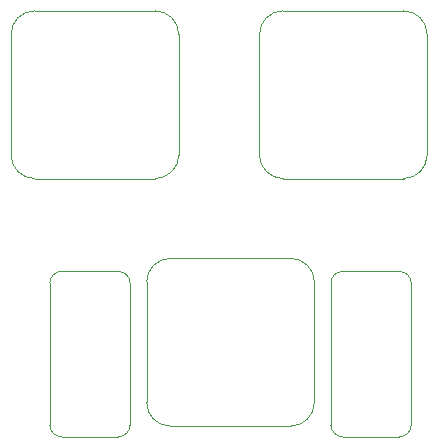
<source format=gbr>
%TF.GenerationSoftware,KiCad,Pcbnew,7.0.7*%
%TF.CreationDate,2023-09-12T19:54:29+10:00*%
%TF.ProjectId,jigsaw,6a696773-6177-42e6-9b69-6361645f7063,rev?*%
%TF.SameCoordinates,Original*%
%TF.FileFunction,Legend,Top*%
%TF.FilePolarity,Positive*%
%FSLAX46Y46*%
G04 Gerber Fmt 4.6, Leading zero omitted, Abs format (unit mm)*
G04 Created by KiCad (PCBNEW 7.0.7) date 2023-09-12 19:54:29*
%MOMM*%
%LPD*%
G01*
G04 APERTURE LIST*
%ADD10C,0.100000*%
G04 APERTURE END LIST*
D10*
%TO.C,REF\u002A\u002A*%
X154076671Y-76095431D02*
G75*
G03*
X155076671Y-75095431I0J1000000D01*
G01*
X155076671Y-63095431D02*
G75*
G03*
X154076671Y-62095431I-1000000J0D01*
G01*
X148276671Y-75095431D02*
G75*
G03*
X149276671Y-76095431I1000000J0D01*
G01*
X149276671Y-62095431D02*
G75*
G03*
X148276671Y-63095431I0J-1000000D01*
G01*
X130276671Y-76095431D02*
G75*
G03*
X131276671Y-75095431I1J999999D01*
G01*
X131276671Y-63095431D02*
G75*
G03*
X130276671Y-62095431I-999999J1D01*
G01*
X124476671Y-75095431D02*
G75*
G03*
X125476671Y-76095431I999999J-1D01*
G01*
X125476671Y-62095431D02*
G75*
G03*
X124476671Y-63095431I-1J-999999D01*
G01*
X155076671Y-63095431D02*
X155076671Y-75095431D01*
X154076671Y-76095431D02*
X149276671Y-76095431D01*
X149276671Y-62095431D02*
X154076671Y-62095431D01*
X148276671Y-75095431D02*
X148276671Y-63095431D01*
X131276671Y-63095431D02*
X131276671Y-75095431D01*
X130276671Y-76095431D02*
X125476671Y-76095431D01*
X125476671Y-62095431D02*
X130276671Y-62095431D01*
X124476671Y-75095431D02*
X124476671Y-63095431D01*
%TO.C,SW1*%
X121196145Y-52234197D02*
X121196145Y-42034197D01*
X123196145Y-40034197D02*
X133396145Y-40034197D01*
X133396145Y-54234197D02*
X123196145Y-54234197D01*
X135396145Y-42034197D02*
X135396145Y-52234197D01*
X123196145Y-40034197D02*
G75*
G03*
X121196145Y-42034197I-1J-1999999D01*
G01*
X121196145Y-52234197D02*
G75*
G03*
X123196145Y-54234197I1999999J-1D01*
G01*
X135396145Y-42034197D02*
G75*
G03*
X133396145Y-40034197I-2000000J0D01*
G01*
X133396145Y-54234197D02*
G75*
G03*
X135396145Y-52234197I0J2000000D01*
G01*
X142226556Y-52234191D02*
G75*
G03*
X144226556Y-54234191I2000000J0D01*
G01*
X154426556Y-54234191D02*
G75*
G03*
X156426556Y-52234191I0J2000000D01*
G01*
X144226556Y-40034191D02*
G75*
G03*
X142226556Y-42034191I-1J-1999999D01*
G01*
X156426556Y-42034191D02*
G75*
G03*
X154426556Y-40034191I-1999999J1D01*
G01*
X154426556Y-54234191D02*
X144226556Y-54234191D01*
X142226556Y-52234191D02*
X142226556Y-42034191D01*
X156426556Y-42034191D02*
X156426556Y-52234191D01*
X144226556Y-40034191D02*
X154426556Y-40034191D01*
%TO.C,SW2*%
X134676671Y-60995431D02*
G75*
G03*
X132676671Y-62995431I0J-2000000D01*
G01*
X132676671Y-73195431D02*
G75*
G03*
X134676671Y-75195431I2000000J0D01*
G01*
X146876671Y-62995431D02*
G75*
G03*
X144876671Y-60995431I-1999999J1D01*
G01*
X144876671Y-75195431D02*
G75*
G03*
X146876671Y-73195431I1J1999999D01*
G01*
X132676671Y-73195431D02*
X132676671Y-62995431D01*
X134676671Y-60995431D02*
X144876671Y-60995431D01*
X144876671Y-75195431D02*
X134676671Y-75195431D01*
X146876671Y-62995431D02*
X146876671Y-73195431D01*
%TD*%
M02*

</source>
